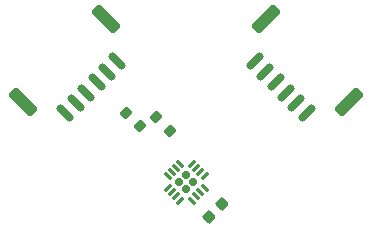
<source format=gbr>
%TF.GenerationSoftware,KiCad,Pcbnew,9.0.6-9.0.6~ubuntu24.04.1*%
%TF.CreationDate,2025-12-18T12:30:09+01:00*%
%TF.ProjectId,PCB_ENCODER,5043425f-454e-4434-9f44-45522e6b6963,rev?*%
%TF.SameCoordinates,Original*%
%TF.FileFunction,Paste,Top*%
%TF.FilePolarity,Positive*%
%FSLAX46Y46*%
G04 Gerber Fmt 4.6, Leading zero omitted, Abs format (unit mm)*
G04 Created by KiCad (PCBNEW 9.0.6-9.0.6~ubuntu24.04.1) date 2025-12-18 12:30:09*
%MOMM*%
%LPD*%
G01*
G04 APERTURE LIST*
G04 Aperture macros list*
%AMRoundRect*
0 Rectangle with rounded corners*
0 $1 Rounding radius*
0 $2 $3 $4 $5 $6 $7 $8 $9 X,Y pos of 4 corners*
0 Add a 4 corners polygon primitive as box body*
4,1,4,$2,$3,$4,$5,$6,$7,$8,$9,$2,$3,0*
0 Add four circle primitives for the rounded corners*
1,1,$1+$1,$2,$3*
1,1,$1+$1,$4,$5*
1,1,$1+$1,$6,$7*
1,1,$1+$1,$8,$9*
0 Add four rect primitives between the rounded corners*
20,1,$1+$1,$2,$3,$4,$5,0*
20,1,$1+$1,$4,$5,$6,$7,0*
20,1,$1+$1,$6,$7,$8,$9,0*
20,1,$1+$1,$8,$9,$2,$3,0*%
G04 Aperture macros list end*
%ADD10RoundRect,0.225000X0.017678X-0.335876X0.335876X-0.017678X-0.017678X0.335876X-0.335876X0.017678X0*%
%ADD11RoundRect,0.200000X-0.335876X-0.053033X-0.053033X-0.335876X0.335876X0.053033X0.053033X0.335876X0*%
%ADD12RoundRect,0.150000X-0.388909X0.601041X-0.601041X0.388909X0.388909X-0.601041X0.601041X-0.388909X0*%
%ADD13RoundRect,0.250000X-0.601041X0.954594X-0.954594X0.601041X0.601041X-0.954594X0.954594X-0.601041X0*%
%ADD14RoundRect,0.172500X0.000000X0.243952X-0.243952X0.000000X0.000000X-0.243952X0.243952X0.000000X0*%
%ADD15RoundRect,0.062500X0.203293X0.291682X-0.291682X-0.203293X-0.203293X-0.291682X0.291682X0.203293X0*%
%ADD16RoundRect,0.062500X-0.203293X0.291682X-0.291682X0.203293X0.203293X-0.291682X0.291682X-0.203293X0*%
%ADD17RoundRect,0.150000X0.601041X0.388909X0.388909X0.601041X-0.601041X-0.388909X-0.388909X-0.601041X0*%
%ADD18RoundRect,0.250000X0.954594X0.601041X0.601041X0.954594X-0.954594X-0.601041X-0.601041X-0.954594X0*%
G04 APERTURE END LIST*
D10*
%TO.C,C22*%
X102201992Y-52448008D03*
X103298008Y-51351992D03*
%TD*%
D11*
%TO.C,R1*%
X97716637Y-43966637D03*
X98883363Y-45133363D03*
%TD*%
D12*
%TO.C,J2*%
X94442120Y-39272703D03*
X93558237Y-40156586D03*
X92674353Y-41040470D03*
X91790470Y-41924353D03*
X90906586Y-42808237D03*
X90022703Y-43692120D03*
D13*
X93487526Y-35701814D03*
X86451814Y-42737526D03*
%TD*%
D11*
%TO.C,R37*%
X95166637Y-43616637D03*
X96333363Y-44783363D03*
%TD*%
D14*
%TO.C,IC1*%
X100851041Y-49500000D03*
X100250000Y-48898959D03*
X100250000Y-50101041D03*
X99648959Y-49500000D03*
D15*
X101814474Y-48996186D03*
X101460920Y-48642633D03*
X101107367Y-48289080D03*
X100753814Y-47935526D03*
D16*
X99746186Y-47935526D03*
X99392633Y-48289080D03*
X99039080Y-48642633D03*
X98685526Y-48996186D03*
D15*
X98685526Y-50003814D03*
X99039080Y-50357367D03*
X99392633Y-50710920D03*
X99746186Y-51064474D03*
D16*
X100753814Y-51064474D03*
X101107367Y-50710920D03*
X101460920Y-50357367D03*
X101814474Y-50003814D03*
%TD*%
D17*
%TO.C,J1*%
X110477297Y-43692120D03*
X109593414Y-42808237D03*
X108709530Y-41924353D03*
X107825647Y-41040470D03*
X106941763Y-40156586D03*
X106057880Y-39272703D03*
D18*
X114048186Y-42737526D03*
X107012474Y-35701814D03*
%TD*%
M02*

</source>
